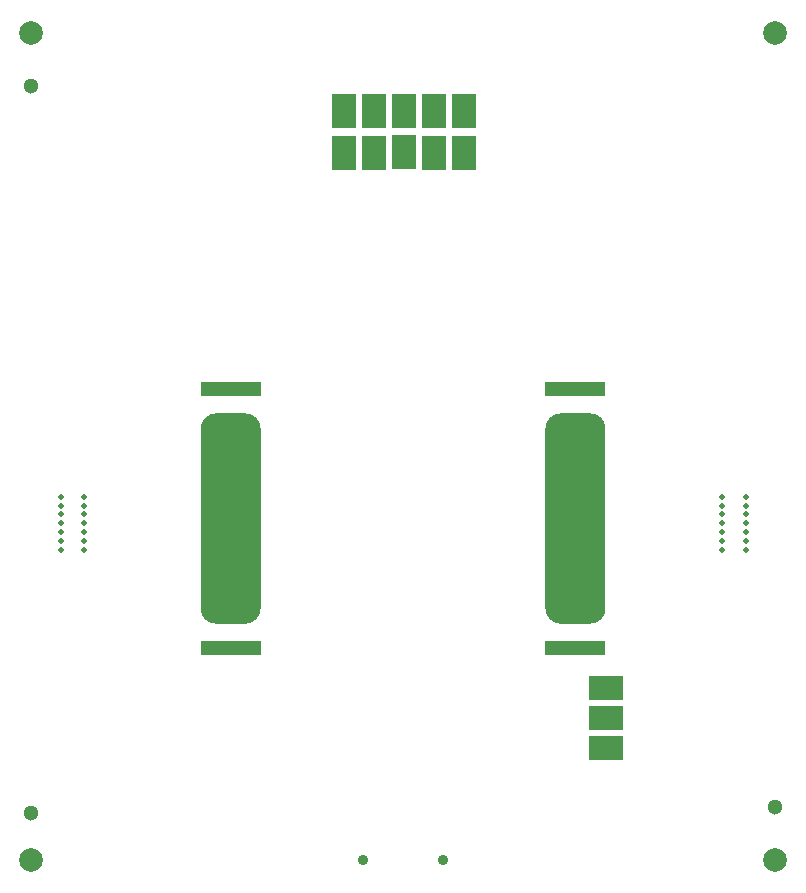
<source format=gbr>
G04 #@! TF.GenerationSoftware,KiCad,Pcbnew,(5.1.12-1-10_14)*
G04 #@! TF.CreationDate,2021-12-02T19:43:45-05:00*
G04 #@! TF.ProjectId,blinky,626c696e-6b79-42e6-9b69-6361645f7063,rev?*
G04 #@! TF.SameCoordinates,Original*
G04 #@! TF.FileFunction,Soldermask,Bot*
G04 #@! TF.FilePolarity,Negative*
%FSLAX46Y46*%
G04 Gerber Fmt 4.6, Leading zero omitted, Abs format (unit mm)*
G04 Created by KiCad (PCBNEW (5.1.12-1-10_14)) date 2021-12-02 19:43:45*
%MOMM*%
%LPD*%
G01*
G04 APERTURE LIST*
%ADD10C,1.300000*%
%ADD11C,0.500000*%
%ADD12R,3.000000X2.000000*%
%ADD13C,0.900000*%
%ADD14R,5.080000X1.270000*%
%ADD15R,2.000000X3.000000*%
%ADD16C,2.000000*%
G04 APERTURE END LIST*
D10*
G04 #@! TO.C,H9*
X221500000Y-106000000D03*
G04 #@! TD*
G04 #@! TO.C,H8*
X158500000Y-106500000D03*
G04 #@! TD*
G04 #@! TO.C,H7*
X158500000Y-45000000D03*
G04 #@! TD*
D11*
G04 #@! TO.C,H6*
X219000000Y-79750000D03*
X219000000Y-83500000D03*
X219000000Y-83500000D03*
X219000000Y-81250000D03*
X219000000Y-82750000D03*
X219000000Y-82000000D03*
X219000000Y-80500000D03*
X219000000Y-84250000D03*
X217000000Y-84250000D03*
X217000000Y-80500000D03*
X217000000Y-82000000D03*
X217000000Y-82750000D03*
X217000000Y-81250000D03*
X217000000Y-83500000D03*
X217000000Y-83500000D03*
X217000000Y-79750000D03*
G04 #@! TD*
G04 #@! TO.C,H5*
X163000000Y-79750000D03*
X163000000Y-83500000D03*
X163000000Y-83500000D03*
X163000000Y-81250000D03*
X163000000Y-82750000D03*
X163000000Y-82000000D03*
X163000000Y-80500000D03*
X163000000Y-84250000D03*
X161000000Y-84250000D03*
X161000000Y-80500000D03*
X161000000Y-82000000D03*
X161000000Y-82750000D03*
X161000000Y-81250000D03*
X161000000Y-83500000D03*
X161000000Y-83500000D03*
X161000000Y-79750000D03*
G04 #@! TD*
D12*
G04 #@! TO.C,J2*
X207200000Y-101040000D03*
X207200000Y-98500000D03*
X207200000Y-95960000D03*
G04 #@! TD*
D13*
G04 #@! TO.C,SW2*
X193400000Y-110500000D03*
X186600000Y-110500000D03*
G04 #@! TD*
D14*
G04 #@! TO.C,BT2*
X175400000Y-70615000D03*
X175400000Y-92585000D03*
G36*
G01*
X174130000Y-72700000D02*
X176670000Y-72700000D01*
G75*
G02*
X177940000Y-73970000I0J-1270000D01*
G01*
X177940000Y-89230000D01*
G75*
G02*
X176670000Y-90500000I-1270000J0D01*
G01*
X174130000Y-90500000D01*
G75*
G02*
X172860000Y-89230000I0J1270000D01*
G01*
X172860000Y-73970000D01*
G75*
G02*
X174130000Y-72700000I1270000J0D01*
G01*
G37*
G04 #@! TD*
G04 #@! TO.C,BT1*
X204600000Y-92585000D03*
X204600000Y-70615000D03*
G36*
G01*
X205870000Y-90500000D02*
X203330000Y-90500000D01*
G75*
G02*
X202060000Y-89230000I0J1270000D01*
G01*
X202060000Y-73970000D01*
G75*
G02*
X203330000Y-72700000I1270000J0D01*
G01*
X205870000Y-72700000D01*
G75*
G02*
X207140000Y-73970000I0J-1270000D01*
G01*
X207140000Y-89230000D01*
G75*
G02*
X205870000Y-90500000I-1270000J0D01*
G01*
G37*
G04 #@! TD*
D15*
G04 #@! TO.C,J1*
X185020000Y-50616000D03*
X185020000Y-47080000D03*
X187560000Y-50616000D03*
X187560000Y-47080000D03*
X190100000Y-50596000D03*
X190100000Y-47080000D03*
X192640000Y-50616000D03*
X192640000Y-47080000D03*
X195180000Y-50616000D03*
X195180000Y-47080000D03*
G04 #@! TD*
D16*
G04 #@! TO.C,H4*
X221500000Y-110500000D03*
G04 #@! TD*
G04 #@! TO.C,H3*
X221500000Y-40500000D03*
G04 #@! TD*
G04 #@! TO.C,H2*
X158500000Y-110500000D03*
G04 #@! TD*
G04 #@! TO.C,H1*
X158500000Y-40500000D03*
G04 #@! TD*
M02*

</source>
